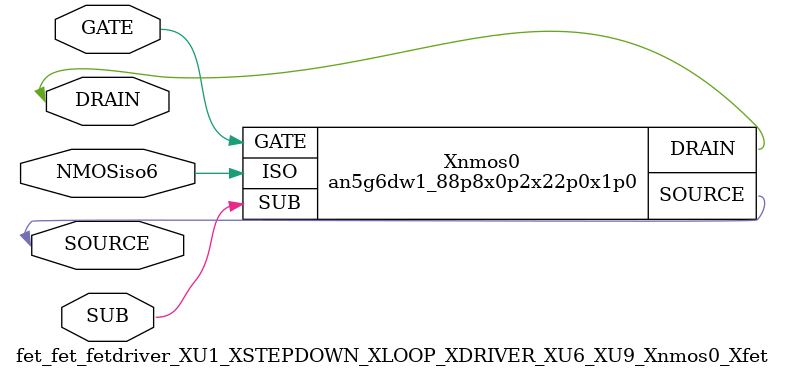
<source format=v>

module an5g6dw1_88p8x0p2x22p0x1p0 (DRAIN,GATE,SOURCE,ISO,SUB);
input GATE;
input ISO;
input SUB;
inout SOURCE;
inout DRAIN;
endmodule

//Celera Confidential Do Not Copy fet_fet_fetdriver_XU1_XSTEPDOWN_XLOOP_XDRIVER_XU6_XU9_Xnmos0_Xfet
//Celera Confidential Symbol Generator
//power NMOS:Ron:2.000 Ohm
//Vgs 6V Vds 6V
//Kelvin:no

module fet_fet_fetdriver_XU1_XSTEPDOWN_XLOOP_XDRIVER_XU6_XU9_Xnmos0_Xfet (GATE,SOURCE,DRAIN,NMOSiso6,SUB);
input GATE;
inout SOURCE;
inout DRAIN;
input SUB;
input NMOSiso6;

//Celera Confidential Do Not Copy an5g6dw1_88p8x0p2x22p0x1p0
an5g6dw1_88p8x0p2x22p0x1p0 Xnmos0(
.DRAIN (DRAIN),
.GATE (GATE),
.SOURCE (SOURCE),
.ISO (NMOSiso6),
.SUB (SUB)
);
//,diesize,an5g6dw1_88p8x0p2x22p0x1p0

//Celera Confidential Do Not Copy Module End
//Celera Schematic Generator
endmodule

</source>
